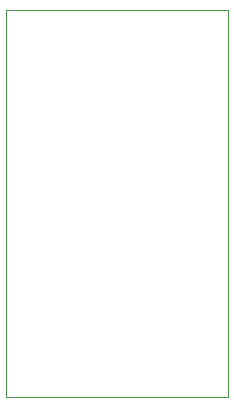
<source format=gbr>
%TF.GenerationSoftware,KiCad,Pcbnew,(5.1.10)-1*%
%TF.CreationDate,2023-06-15T14:08:20-05:00*%
%TF.ProjectId,1 Player,3120506c-6179-4657-922e-6b696361645f,rev?*%
%TF.SameCoordinates,Original*%
%TF.FileFunction,Profile,NP*%
%FSLAX46Y46*%
G04 Gerber Fmt 4.6, Leading zero omitted, Abs format (unit mm)*
G04 Created by KiCad (PCBNEW (5.1.10)-1) date 2023-06-15 14:08:20*
%MOMM*%
%LPD*%
G01*
G04 APERTURE LIST*
%TA.AperFunction,Profile*%
%ADD10C,0.050000*%
%TD*%
G04 APERTURE END LIST*
D10*
X164592000Y-73660000D02*
X164846000Y-73660000D01*
X164592000Y-106426000D02*
X164592000Y-73660000D01*
X183388000Y-106426000D02*
X164592000Y-106426000D01*
X183388000Y-73660000D02*
X183388000Y-106426000D01*
X165100000Y-73660000D02*
X164846000Y-73660000D01*
X165100000Y-73660000D02*
X183388000Y-73660000D01*
M02*

</source>
